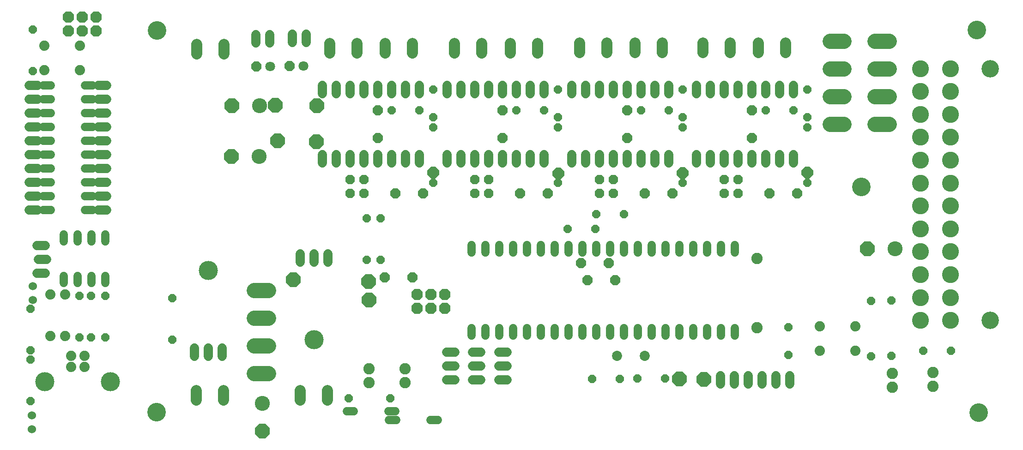
<source format=gbs>
G75*
G70*
%OFA0B0*%
%FSLAX24Y24*%
%IPPOS*%
%LPD*%
%AMOC8*
5,1,8,0,0,1.08239X$1,22.5*
%
%ADD10C,0.0600*%
%ADD11C,0.0680*%
%ADD12C,0.0785*%
%ADD13OC8,0.0600*%
%ADD14OC8,0.0710*%
%ADD15OC8,0.0680*%
%ADD16C,0.1104*%
%ADD17C,0.0820*%
%ADD18OC8,0.0820*%
%ADD19C,0.1222*%
%ADD20C,0.1261*%
%ADD21C,0.0730*%
%ADD22C,0.0710*%
%ADD23C,0.1380*%
%ADD24C,0.1340*%
%ADD25C,0.0740*%
%ADD26C,0.1080*%
%ADD27OC8,0.1080*%
%ADD28C,0.0600*%
%ADD29OC8,0.0848*%
D10*
X024113Y004003D02*
X024633Y004003D01*
X027113Y004003D02*
X027633Y004003D01*
X027674Y003365D02*
X027154Y003365D01*
X030154Y003365D02*
X030674Y003365D01*
X033115Y009488D02*
X033115Y010008D01*
X034115Y010008D02*
X034115Y009488D01*
X035115Y009488D02*
X035115Y010008D01*
X036115Y010008D02*
X036115Y009488D01*
X037115Y009488D02*
X037115Y010008D01*
X038115Y010008D02*
X038115Y009488D01*
X039115Y009488D02*
X039115Y010008D01*
X040115Y010008D02*
X040115Y009488D01*
X041115Y009488D02*
X041115Y010008D01*
X042115Y010008D02*
X042115Y009488D01*
X043115Y009488D02*
X043115Y010008D01*
X044115Y010008D02*
X044115Y009488D01*
X045115Y009488D02*
X045115Y010008D01*
X046115Y010008D02*
X046115Y009488D01*
X047115Y009488D02*
X047115Y010008D01*
X048115Y010008D02*
X048115Y009488D01*
X049115Y009488D02*
X049115Y010008D01*
X050115Y010008D02*
X050115Y009488D01*
X051115Y009488D02*
X051115Y010008D01*
X052115Y010008D02*
X052115Y009488D01*
X052115Y015488D02*
X052115Y016008D01*
X051115Y016008D02*
X051115Y015488D01*
X050115Y015488D02*
X050115Y016008D01*
X049115Y016008D02*
X049115Y015488D01*
X048115Y015488D02*
X048115Y016008D01*
X047115Y016008D02*
X047115Y015488D01*
X046115Y015488D02*
X046115Y016008D01*
X045115Y016008D02*
X045115Y015488D01*
X044115Y015488D02*
X044115Y016008D01*
X043115Y016008D02*
X043115Y015488D01*
X042115Y015488D02*
X042115Y016008D01*
X041115Y016008D02*
X041115Y015488D01*
X040115Y015488D02*
X040115Y016008D01*
X039115Y016008D02*
X039115Y015488D01*
X038115Y015488D02*
X038115Y016008D01*
X037115Y016008D02*
X037115Y015488D01*
X036115Y015488D02*
X036115Y016008D01*
X035115Y016008D02*
X035115Y015488D01*
X034115Y015488D02*
X034115Y016008D01*
X033115Y016008D02*
X033115Y015488D01*
X006692Y016260D02*
X006692Y016780D01*
X005692Y016780D02*
X005692Y016260D01*
X004692Y016260D02*
X004692Y016780D01*
X003692Y016780D02*
X003692Y016260D01*
X002747Y018535D02*
X002227Y018535D01*
X002227Y019535D02*
X002747Y019535D01*
X002747Y020535D02*
X002227Y020535D01*
X002227Y021535D02*
X002747Y021535D01*
X002747Y022535D02*
X002227Y022535D01*
X002227Y023535D02*
X002747Y023535D01*
X002747Y024535D02*
X002227Y024535D01*
X002227Y025535D02*
X002747Y025535D01*
X002747Y026535D02*
X002227Y026535D01*
X002227Y027535D02*
X002747Y027535D01*
X005227Y027535D02*
X005747Y027535D01*
X005747Y026535D02*
X005227Y026535D01*
X005227Y025535D02*
X005747Y025535D01*
X005747Y024535D02*
X005227Y024535D01*
X005227Y023535D02*
X005747Y023535D01*
X005747Y022535D02*
X005227Y022535D01*
X005227Y021535D02*
X005747Y021535D01*
X005747Y020535D02*
X005227Y020535D01*
X005227Y019535D02*
X005747Y019535D01*
X005747Y018535D02*
X005227Y018535D01*
X005692Y013780D02*
X005692Y013260D01*
X004692Y013260D02*
X004692Y013780D01*
X003692Y013780D02*
X003692Y013260D01*
X006692Y013260D02*
X006692Y013780D01*
D11*
X002352Y013962D02*
X001752Y013962D01*
X001852Y014962D02*
X002452Y014962D01*
X002352Y015962D02*
X001752Y015962D01*
X001787Y018535D02*
X001187Y018535D01*
X001187Y019535D02*
X001787Y019535D01*
X001787Y020535D02*
X001187Y020535D01*
X001187Y021535D02*
X001787Y021535D01*
X001787Y022535D02*
X001187Y022535D01*
X001187Y023535D02*
X001787Y023535D01*
X001787Y024535D02*
X001187Y024535D01*
X001187Y025535D02*
X001787Y025535D01*
X001787Y026535D02*
X001187Y026535D01*
X001187Y027535D02*
X001787Y027535D01*
X006187Y027535D02*
X006787Y027535D01*
X006787Y026535D02*
X006187Y026535D01*
X006187Y025535D02*
X006787Y025535D01*
X006787Y024535D02*
X006187Y024535D01*
X006187Y023535D02*
X006787Y023535D01*
X006787Y022535D02*
X006187Y022535D01*
X006187Y021535D02*
X006787Y021535D01*
X006787Y020535D02*
X006187Y020535D01*
X006187Y019535D02*
X006787Y019535D01*
X006787Y018535D02*
X006187Y018535D01*
X020748Y015379D02*
X020748Y014779D01*
X021748Y014779D02*
X021748Y015379D01*
X022748Y015379D02*
X022748Y014779D01*
X015116Y008590D02*
X015116Y007990D01*
X014116Y007990D02*
X014116Y008590D01*
X013116Y008590D02*
X013116Y007990D01*
X031315Y008259D02*
X031915Y008259D01*
X033187Y008259D02*
X033787Y008259D01*
X035101Y008259D02*
X035701Y008259D01*
X035701Y007259D02*
X035101Y007259D01*
X033787Y007259D02*
X033187Y007259D01*
X031915Y007259D02*
X031315Y007259D01*
X031315Y006259D02*
X031915Y006259D01*
X033187Y006259D02*
X033787Y006259D01*
X035101Y006259D02*
X035701Y006259D01*
X051081Y006560D02*
X051081Y005960D01*
X052081Y005960D02*
X052081Y006560D01*
X053081Y006560D02*
X053081Y005960D01*
X054081Y005960D02*
X054081Y006560D01*
X055081Y006560D02*
X055081Y005960D01*
X056081Y005960D02*
X056081Y006560D01*
X056365Y021948D02*
X056365Y022548D01*
X055365Y022548D02*
X055365Y021948D01*
X054365Y021948D02*
X054365Y022548D01*
X053365Y022548D02*
X053365Y021948D01*
X052365Y021948D02*
X052365Y022548D01*
X051365Y022548D02*
X051365Y021948D01*
X050365Y021948D02*
X050365Y022548D01*
X049365Y022548D02*
X049365Y021948D01*
X047365Y021948D02*
X047365Y022548D01*
X046365Y022548D02*
X046365Y021948D01*
X045365Y021948D02*
X045365Y022548D01*
X044365Y022548D02*
X044365Y021948D01*
X043365Y021948D02*
X043365Y022548D01*
X042365Y022548D02*
X042365Y021948D01*
X041365Y021948D02*
X041365Y022548D01*
X040365Y022548D02*
X040365Y021948D01*
X038365Y021948D02*
X038365Y022548D01*
X037365Y022548D02*
X037365Y021948D01*
X036365Y021948D02*
X036365Y022548D01*
X035365Y022548D02*
X035365Y021948D01*
X034365Y021948D02*
X034365Y022548D01*
X033365Y022548D02*
X033365Y021948D01*
X032365Y021948D02*
X032365Y022548D01*
X031365Y022548D02*
X031365Y021948D01*
X029365Y021948D02*
X029365Y022548D01*
X028365Y022548D02*
X028365Y021948D01*
X027365Y021948D02*
X027365Y022548D01*
X026365Y022548D02*
X026365Y021948D01*
X025365Y021948D02*
X025365Y022548D01*
X024365Y022548D02*
X024365Y021948D01*
X023365Y021948D02*
X023365Y022548D01*
X022365Y022548D02*
X022365Y021948D01*
X022365Y026948D02*
X022365Y027548D01*
X023365Y027548D02*
X023365Y026948D01*
X024365Y026948D02*
X024365Y027548D01*
X025365Y027548D02*
X025365Y026948D01*
X026365Y026948D02*
X026365Y027548D01*
X027365Y027548D02*
X027365Y026948D01*
X028365Y026948D02*
X028365Y027548D01*
X029365Y027548D02*
X029365Y026948D01*
X031365Y026948D02*
X031365Y027548D01*
X032365Y027548D02*
X032365Y026948D01*
X033365Y026948D02*
X033365Y027548D01*
X034365Y027548D02*
X034365Y026948D01*
X035365Y026948D02*
X035365Y027548D01*
X036365Y027548D02*
X036365Y026948D01*
X037365Y026948D02*
X037365Y027548D01*
X038365Y027548D02*
X038365Y026948D01*
X040365Y026948D02*
X040365Y027548D01*
X041365Y027548D02*
X041365Y026948D01*
X042365Y026948D02*
X042365Y027548D01*
X043365Y027548D02*
X043365Y026948D01*
X044365Y026948D02*
X044365Y027548D01*
X045365Y027548D02*
X045365Y026948D01*
X046365Y026948D02*
X046365Y027548D01*
X047365Y027548D02*
X047365Y026948D01*
X049365Y026948D02*
X049365Y027548D01*
X050365Y027548D02*
X050365Y026948D01*
X051365Y026948D02*
X051365Y027548D01*
X052365Y027548D02*
X052365Y026948D01*
X053365Y026948D02*
X053365Y027548D01*
X054365Y027548D02*
X054365Y026948D01*
X055365Y026948D02*
X055365Y027548D01*
X056365Y027548D02*
X056365Y026948D01*
X021188Y030628D02*
X021188Y031228D01*
X020188Y031228D02*
X020188Y030628D01*
X018542Y030591D02*
X018542Y031191D01*
X017542Y031191D02*
X017542Y030591D01*
D12*
X015250Y030519D02*
X015250Y029814D01*
X013282Y029814D02*
X013282Y030519D01*
X022897Y030563D02*
X022897Y029858D01*
X024865Y029858D02*
X024865Y030563D01*
X026903Y030563D02*
X026903Y029858D01*
X028871Y029858D02*
X028871Y030563D01*
X031901Y030563D02*
X031901Y029858D01*
X033870Y029858D02*
X033870Y030563D01*
X035907Y030563D02*
X035907Y029858D01*
X037876Y029858D02*
X037876Y030563D01*
X040906Y030600D02*
X040906Y029895D01*
X042874Y029895D02*
X042874Y030600D01*
X044912Y030600D02*
X044912Y029895D01*
X046880Y029895D02*
X046880Y030600D01*
X049837Y030600D02*
X049837Y029895D01*
X051805Y029895D02*
X051805Y030600D01*
X053806Y030600D02*
X053806Y029895D01*
X055774Y029895D02*
X055774Y030600D01*
X022717Y005513D02*
X022717Y004808D01*
X020749Y004808D02*
X020749Y005513D01*
X015218Y005513D02*
X015218Y004808D01*
X013250Y004808D02*
X013250Y005513D01*
D13*
X011506Y009180D03*
X006681Y009329D03*
X005670Y009355D03*
X004807Y009342D03*
X001281Y008391D03*
X001303Y007736D03*
X001303Y004736D03*
X001281Y011391D03*
X004807Y012342D03*
X005670Y012355D03*
X006681Y012329D03*
X011506Y012180D03*
X025540Y014951D03*
X026569Y014951D03*
X026569Y017951D03*
X025540Y017951D03*
X030365Y020498D03*
X030365Y024498D03*
X030365Y025248D03*
X029365Y025748D03*
X027365Y025748D03*
X030365Y027248D03*
X036365Y025748D03*
X038365Y025748D03*
X039365Y025248D03*
X039365Y024498D03*
X039365Y027248D03*
X045365Y025748D03*
X047365Y025748D03*
X048365Y025248D03*
X048365Y024498D03*
X048365Y027248D03*
X054365Y025748D03*
X056365Y025748D03*
X057365Y025248D03*
X057365Y024498D03*
X057365Y027248D03*
X057365Y020498D03*
X048365Y020498D03*
X044129Y018255D03*
X042129Y018255D03*
X042066Y017190D03*
X040066Y017190D03*
X039365Y020498D03*
X055978Y010067D03*
X055978Y008067D03*
X061960Y007989D03*
X063411Y008008D03*
X065735Y008388D03*
X067735Y008388D03*
X063411Y012008D03*
X061960Y011989D03*
X047093Y006367D03*
X045093Y006367D03*
X043816Y006336D03*
X041816Y006336D03*
X027263Y004926D03*
X024263Y004926D03*
X001455Y028582D03*
X001455Y031582D03*
D14*
X017579Y028906D03*
X020005Y028943D03*
X026365Y025748D03*
X026365Y023748D03*
X027615Y019748D03*
X029615Y019748D03*
X036615Y019748D03*
X038615Y019748D03*
X045615Y019748D03*
X047615Y019748D03*
X054615Y019748D03*
X056615Y019748D03*
X053365Y023748D03*
X053365Y025748D03*
X044365Y025748D03*
X044365Y023748D03*
X035365Y023748D03*
X035365Y025748D03*
X041008Y014693D03*
X043008Y014693D03*
X043481Y013482D03*
X041481Y013482D03*
X028851Y013667D03*
X026851Y013667D03*
D15*
X025365Y019748D03*
X024365Y019748D03*
X024365Y020748D03*
X025365Y020748D03*
X033365Y020748D03*
X034365Y020748D03*
X034365Y019748D03*
X033365Y019748D03*
X042365Y019748D03*
X043365Y019748D03*
X043365Y020748D03*
X042365Y020748D03*
X051365Y020748D03*
X052365Y020748D03*
X052365Y019748D03*
X051365Y019748D03*
D16*
X058979Y024748D02*
X060002Y024748D01*
X062229Y024748D02*
X063252Y024748D01*
X063252Y026748D02*
X062229Y026748D01*
X060002Y026748D02*
X058979Y026748D01*
X058979Y028748D02*
X060002Y028748D01*
X062229Y028748D02*
X063252Y028748D01*
X063252Y030748D02*
X062229Y030748D01*
X060002Y030748D02*
X058979Y030748D01*
X018441Y012731D02*
X017417Y012731D01*
X017417Y010731D02*
X018441Y010731D01*
X018441Y008731D02*
X017417Y008731D01*
X017417Y006731D02*
X018441Y006731D01*
D17*
X025716Y007059D03*
X025716Y006059D03*
X028319Y006059D03*
X028319Y007059D03*
X053710Y010025D03*
X063482Y006738D03*
X063482Y005738D03*
X066430Y005811D03*
X066430Y006811D03*
X053710Y015025D03*
D18*
X031175Y012457D03*
X030175Y012457D03*
X029175Y012457D03*
X029175Y011457D03*
X030175Y011457D03*
X031175Y011457D03*
X006034Y031482D03*
X005034Y031482D03*
X004034Y031482D03*
X004034Y032482D03*
X005034Y032482D03*
X006034Y032482D03*
D19*
X065507Y028757D03*
X067672Y028757D03*
X067672Y027103D03*
X065507Y027103D03*
X065507Y025450D03*
X067672Y025450D03*
X067672Y023796D03*
X065507Y023796D03*
X065507Y022143D03*
X067672Y022143D03*
X067672Y020489D03*
X065507Y020489D03*
X065507Y018836D03*
X067672Y018836D03*
X067672Y017182D03*
X065507Y017182D03*
X065507Y015529D03*
X067672Y015529D03*
X067672Y013875D03*
X065507Y013875D03*
X065507Y012222D03*
X067672Y012222D03*
X067672Y010568D03*
X065507Y010568D03*
D20*
X070546Y010568D03*
X070546Y028757D03*
D21*
X045637Y008015D03*
X043637Y008015D03*
D22*
X021005Y028943D03*
X018579Y028906D03*
D23*
X014116Y014190D03*
X021748Y009179D03*
X007070Y006147D03*
X002330Y006147D03*
D24*
X010393Y003955D03*
X061245Y020205D03*
X069580Y031554D03*
X010437Y031510D03*
X069713Y003911D03*
D25*
X060821Y008369D03*
X058262Y008369D03*
X058262Y010141D03*
X060821Y010141D03*
X005192Y007997D03*
X004208Y007997D03*
X004208Y007217D03*
X005192Y007217D03*
X003791Y009441D03*
X002737Y009441D03*
X002737Y012441D03*
X003791Y012441D03*
X004852Y028637D03*
X002293Y028637D03*
X002293Y030409D03*
X004852Y030409D03*
D26*
X017814Y026061D03*
X017788Y022406D03*
X018037Y004566D03*
X063705Y015736D03*
D27*
X061705Y015736D03*
X049887Y006306D03*
X048126Y006331D03*
X025714Y012031D03*
X025685Y013390D03*
X020248Y013514D03*
X015788Y022406D03*
X019110Y023556D03*
X021918Y023480D03*
X021969Y026064D03*
X018967Y026095D03*
X015814Y026061D03*
X018037Y002566D03*
D28*
X001376Y002720D03*
X001376Y003720D03*
X001440Y012029D03*
X001440Y013029D03*
D29*
X030366Y021256D03*
X039376Y021180D03*
X048360Y021205D03*
X057370Y021231D03*
M02*

</source>
